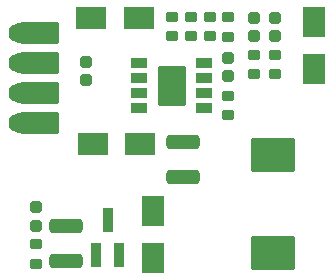
<source format=gts>
G04 #@! TF.GenerationSoftware,KiCad,Pcbnew,(6.0.8)*
G04 #@! TF.CreationDate,2023-05-10T13:59:01+02:00*
G04 #@! TF.ProjectId,02_Batt_Alim,30325f42-6174-4745-9f41-6c696d2e6b69,rev?*
G04 #@! TF.SameCoordinates,Original*
G04 #@! TF.FileFunction,Soldermask,Top*
G04 #@! TF.FilePolarity,Negative*
%FSLAX46Y46*%
G04 Gerber Fmt 4.6, Leading zero omitted, Abs format (unit mm)*
G04 Created by KiCad (PCBNEW (6.0.8)) date 2023-05-10 13:59:01*
%MOMM*%
%LPD*%
G01*
G04 APERTURE LIST*
G04 Aperture macros list*
%AMRoundRect*
0 Rectangle with rounded corners*
0 $1 Rounding radius*
0 $2 $3 $4 $5 $6 $7 $8 $9 X,Y pos of 4 corners*
0 Add a 4 corners polygon primitive as box body*
4,1,4,$2,$3,$4,$5,$6,$7,$8,$9,$2,$3,0*
0 Add four circle primitives for the rounded corners*
1,1,$1+$1,$2,$3*
1,1,$1+$1,$4,$5*
1,1,$1+$1,$6,$7*
1,1,$1+$1,$8,$9*
0 Add four rect primitives between the rounded corners*
20,1,$1+$1,$2,$3,$4,$5,0*
20,1,$1+$1,$4,$5,$6,$7,0*
20,1,$1+$1,$6,$7,$8,$9,0*
20,1,$1+$1,$8,$9,$2,$3,0*%
%AMFreePoly0*
4,1,39,2.202791,0.899922,2.297540,0.894625,2.305656,0.893499,2.484833,0.853448,2.495057,0.849967,2.661454,0.772375,2.670692,0.766781,2.816546,0.655267,2.824367,0.647819,2.942872,0.507587,2.948911,0.498633,3.034539,0.336225,3.038515,0.326184,3.087271,0.149177,3.088997,0.138516,3.098606,-0.044831,3.098004,-0.055614,3.068017,-0.236748,3.065112,-0.247150,2.996929,-0.417619,
2.991859,-0.427155,2.888662,-0.579006,2.881662,-0.587231,2.748263,-0.713379,2.739661,-0.719908,2.582286,-0.814469,2.572482,-0.818999,2.398473,-0.877559,2.387925,-0.879879,2.205400,-0.899708,2.200000,-0.900000,-0.850000,-0.900000,-0.885355,-0.885355,-0.900000,-0.850000,-0.900000,0.850000,-0.885355,0.885355,-0.850000,0.900000,2.200000,0.900000,2.202791,0.899922,2.202791,0.899922,
$1*%
G04 Aperture macros list end*
%ADD10C,1.100000*%
%ADD11RoundRect,0.050000X1.100000X1.650000X-1.100000X1.650000X-1.100000X-1.650000X1.100000X-1.650000X0*%
%ADD12RoundRect,0.050000X0.650000X0.350000X-0.650000X0.350000X-0.650000X-0.350000X0.650000X-0.350000X0*%
%ADD13FreePoly0,180.000000*%
%ADD14C,1.624000*%
%ADD15RoundRect,0.050000X1.250000X0.900000X-1.250000X0.900000X-1.250000X-0.900000X1.250000X-0.900000X0*%
%ADD16RoundRect,0.050000X-0.900000X1.250000X-0.900000X-1.250000X0.900000X-1.250000X0.900000X1.250000X0*%
%ADD17RoundRect,0.050000X0.900000X-1.250000X0.900000X1.250000X-0.900000X1.250000X-0.900000X-1.250000X0*%
%ADD18RoundRect,0.275000X-0.250000X0.225000X-0.250000X-0.225000X0.250000X-0.225000X0.250000X0.225000X0*%
%ADD19RoundRect,0.300000X-1.100000X0.325000X-1.100000X-0.325000X1.100000X-0.325000X1.100000X0.325000X0*%
%ADD20RoundRect,0.268750X0.256250X-0.218750X0.256250X0.218750X-0.256250X0.218750X-0.256250X-0.218750X0*%
%ADD21RoundRect,0.050000X1.800000X-1.350000X1.800000X1.350000X-1.800000X1.350000X-1.800000X-1.350000X0*%
%ADD22RoundRect,0.250000X-0.275000X0.200000X-0.275000X-0.200000X0.275000X-0.200000X0.275000X0.200000X0*%
%ADD23RoundRect,0.250000X0.275000X-0.200000X0.275000X0.200000X-0.275000X0.200000X-0.275000X-0.200000X0*%
%ADD24RoundRect,0.050000X0.400000X-0.950000X0.400000X0.950000X-0.400000X0.950000X-0.400000X-0.950000X0*%
G04 APERTURE END LIST*
D10*
X115275000Y-70490000D03*
X114005000Y-70490000D03*
X115275000Y-69347000D03*
X114005000Y-69347000D03*
D11*
X114640000Y-70490000D03*
D12*
X117390000Y-72395000D03*
D10*
X115275000Y-71633000D03*
X114005000Y-71633000D03*
D11*
X114640000Y-70490000D03*
D12*
X117390000Y-71125000D03*
X117390000Y-69855000D03*
X117390000Y-68585000D03*
X111890000Y-68585000D03*
X111890000Y-69855000D03*
X111890000Y-71125000D03*
X111890000Y-72395000D03*
D13*
X104140000Y-73660000D03*
D14*
X101600000Y-73660000D03*
D13*
X104140000Y-71120000D03*
D14*
X101600000Y-71120000D03*
D13*
X104140000Y-68580000D03*
D14*
X101600000Y-68580000D03*
D13*
X104140000Y-66040000D03*
D14*
X101600000Y-66040000D03*
D15*
X111855000Y-64770000D03*
X107855000Y-64770000D03*
X111982000Y-75438000D03*
X107982000Y-75438000D03*
D16*
X113030000Y-81058000D03*
X113030000Y-85058000D03*
D17*
X126669800Y-69056000D03*
X126669800Y-65056000D03*
D18*
X119405400Y-68109800D03*
X119405400Y-69659800D03*
X107390000Y-68465000D03*
X107390000Y-70015000D03*
D19*
X105664000Y-82345000D03*
X105664000Y-85295000D03*
X115570000Y-75233000D03*
X115570000Y-78183000D03*
D20*
X123367800Y-66280900D03*
X123367800Y-64705900D03*
X121640600Y-66280900D03*
X121640600Y-64705900D03*
X103124000Y-82321500D03*
X103124000Y-80746500D03*
D21*
X123190000Y-84668000D03*
X123190000Y-76368000D03*
D22*
X123367800Y-67843400D03*
X123367800Y-69493400D03*
X119405400Y-71311000D03*
X119405400Y-72961000D03*
X121640600Y-67843400D03*
X121640600Y-69493400D03*
D23*
X117856000Y-66306200D03*
X117856000Y-64656200D03*
X116255800Y-66306200D03*
X116255800Y-64656200D03*
X114655600Y-66306200D03*
X114655600Y-64656200D03*
X119430800Y-66315000D03*
X119430800Y-64665000D03*
D22*
X103124000Y-83915000D03*
X103124000Y-85565000D03*
D24*
X108270000Y-84840000D03*
X110170000Y-84840000D03*
X109220000Y-81840000D03*
M02*

</source>
